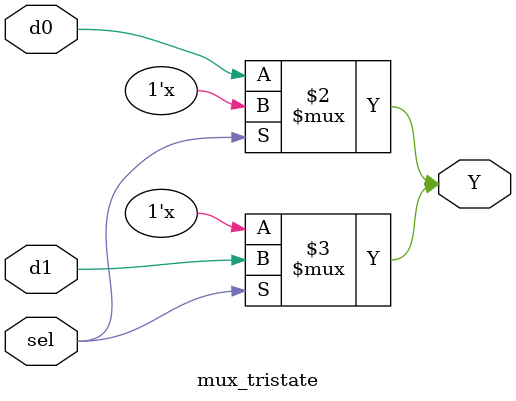
<source format=v>
`timescale 1ns / 1ps


module mux_tristate(
    input d0, d1,
    input sel,
    output Y
    );
    
    assign Y = (~sel) ? d0 : 1'bz;
    assign Y = (sel) ? d1 : 1'bz;
    
endmodule


</source>
